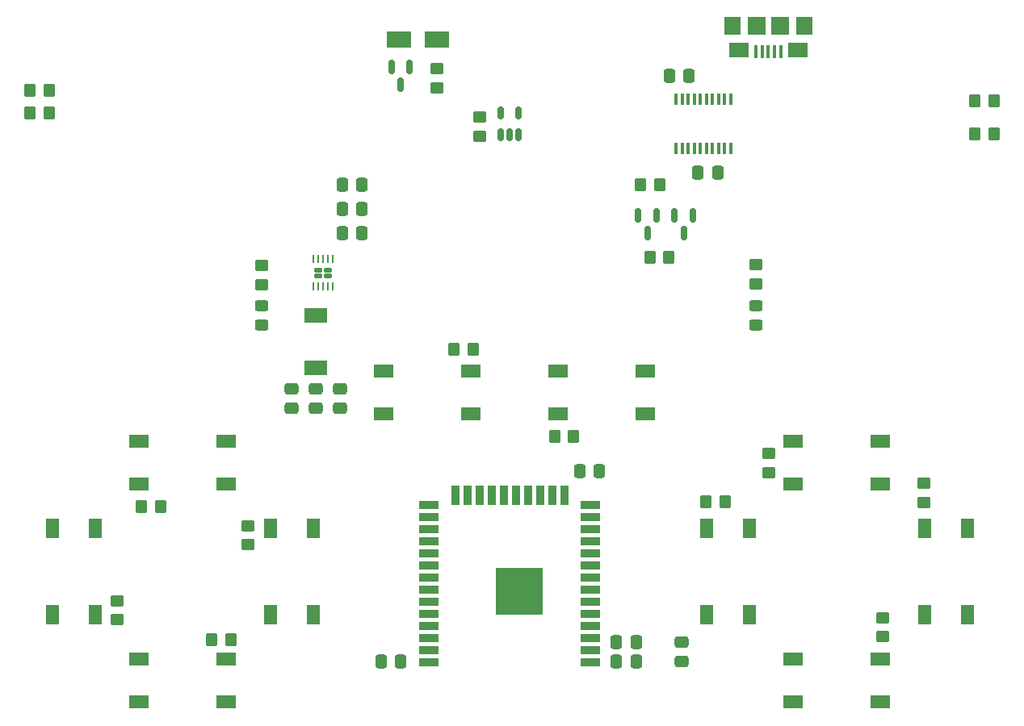
<source format=gbr>
%TF.GenerationSoftware,KiCad,Pcbnew,6.0.4-6f826c9f35~116~ubuntu18.04.1*%
%TF.CreationDate,2022-06-21T09:58:33-04:00*%
%TF.ProjectId,Makers-Unified-Controller,4d616b65-7273-42d5-956e-69666965642d,rev?*%
%TF.SameCoordinates,Original*%
%TF.FileFunction,Paste,Top*%
%TF.FilePolarity,Positive*%
%FSLAX46Y46*%
G04 Gerber Fmt 4.6, Leading zero omitted, Abs format (unit mm)*
G04 Created by KiCad (PCBNEW 6.0.4-6f826c9f35~116~ubuntu18.04.1) date 2022-06-21 09:58:33*
%MOMM*%
%LPD*%
G01*
G04 APERTURE LIST*
G04 Aperture macros list*
%AMRoundRect*
0 Rectangle with rounded corners*
0 $1 Rounding radius*
0 $2 $3 $4 $5 $6 $7 $8 $9 X,Y pos of 4 corners*
0 Add a 4 corners polygon primitive as box body*
4,1,4,$2,$3,$4,$5,$6,$7,$8,$9,$2,$3,0*
0 Add four circle primitives for the rounded corners*
1,1,$1+$1,$2,$3*
1,1,$1+$1,$4,$5*
1,1,$1+$1,$6,$7*
1,1,$1+$1,$8,$9*
0 Add four rect primitives between the rounded corners*
20,1,$1+$1,$2,$3,$4,$5,0*
20,1,$1+$1,$4,$5,$6,$7,0*
20,1,$1+$1,$6,$7,$8,$9,0*
20,1,$1+$1,$8,$9,$2,$3,0*%
G04 Aperture macros list end*
%ADD10RoundRect,0.250000X-0.337500X-0.475000X0.337500X-0.475000X0.337500X0.475000X-0.337500X0.475000X0*%
%ADD11RoundRect,0.250000X-0.475000X0.337500X-0.475000X-0.337500X0.475000X-0.337500X0.475000X0.337500X0*%
%ADD12RoundRect,0.249999X0.450001X-0.325001X0.450001X0.325001X-0.450001X0.325001X-0.450001X-0.325001X0*%
%ADD13R,0.400000X1.350000*%
%ADD14R,2.100000X1.600000*%
%ADD15R,1.900000X1.900000*%
%ADD16R,1.800000X1.900000*%
%ADD17RoundRect,0.249999X0.350001X0.450001X-0.350001X0.450001X-0.350001X-0.450001X0.350001X-0.450001X0*%
%ADD18RoundRect,0.249999X-0.350001X-0.450001X0.350001X-0.450001X0.350001X0.450001X-0.350001X0.450001X0*%
%ADD19RoundRect,0.249999X-0.450001X0.350001X-0.450001X-0.350001X0.450001X-0.350001X0.450001X0.350001X0*%
%ADD20RoundRect,0.249999X0.450001X-0.350001X0.450001X0.350001X-0.450001X0.350001X-0.450001X-0.350001X0*%
%ADD21R,2.100000X1.400000*%
%ADD22R,1.400000X2.100000*%
%ADD23R,2.000000X0.900000*%
%ADD24R,0.900000X2.000000*%
%ADD25R,5.000000X5.000000*%
%ADD26RoundRect,0.250000X0.337500X0.475000X-0.337500X0.475000X-0.337500X-0.475000X0.337500X-0.475000X0*%
%ADD27R,2.500000X1.800000*%
%ADD28RoundRect,0.150000X-0.150000X0.587500X-0.150000X-0.587500X0.150000X-0.587500X0.150000X0.587500X0*%
%ADD29RoundRect,0.150000X0.150000X-0.512500X0.150000X0.512500X-0.150000X0.512500X-0.150000X-0.512500X0*%
%ADD30RoundRect,0.250000X-0.350000X-0.450000X0.350000X-0.450000X0.350000X0.450000X-0.350000X0.450000X0*%
%ADD31RoundRect,0.250000X-0.450000X0.350000X-0.450000X-0.350000X0.450000X-0.350000X0.450000X0.350000X0*%
%ADD32R,2.400000X1.500000*%
%ADD33R,0.400000X1.200000*%
%ADD34RoundRect,0.130000X-0.305000X0.130000X-0.305000X-0.130000X0.305000X-0.130000X0.305000X0.130000X0*%
%ADD35RoundRect,0.062500X-0.062500X0.375000X-0.062500X-0.375000X0.062500X-0.375000X0.062500X0.375000X0*%
%ADD36RoundRect,0.250000X0.350000X0.450000X-0.350000X0.450000X-0.350000X-0.450000X0.350000X-0.450000X0*%
G04 APERTURE END LIST*
D10*
%TO.C,C6*%
X172466000Y-121158000D03*
X174541000Y-121158000D03*
%TD*%
D11*
%TO.C,C7*%
X179324000Y-119126000D03*
X179324000Y-121201000D03*
%TD*%
D10*
%TO.C,C8*%
X172466000Y-119126000D03*
X174541000Y-119126000D03*
%TD*%
D12*
%TO.C,D2*%
X135255000Y-85870000D03*
X135255000Y-83820000D03*
%TD*%
%TO.C,D3*%
X187071000Y-85870000D03*
X187071000Y-83820000D03*
%TD*%
D13*
%TO.C,J1*%
X189711000Y-57158000D03*
X189061000Y-57158000D03*
X188411000Y-57158000D03*
X187761000Y-57158000D03*
X187111000Y-57158000D03*
D14*
X185311000Y-57033000D03*
D15*
X187211000Y-54483000D03*
X189611000Y-54483000D03*
D16*
X192211000Y-54483000D03*
X184611000Y-54483000D03*
D14*
X191511000Y-57033000D03*
%TD*%
D17*
%TO.C,R2*%
X113030000Y-63627000D03*
X111030000Y-63627000D03*
%TD*%
D18*
%TO.C,R5*%
X210090000Y-65786000D03*
X212090000Y-65786000D03*
%TD*%
D17*
%TO.C,R8*%
X167989000Y-97536000D03*
X165989000Y-97536000D03*
%TD*%
D18*
%TO.C,R9*%
X210090000Y-62357000D03*
X212090000Y-62357000D03*
%TD*%
%TO.C,R10*%
X155480000Y-88392000D03*
X157480000Y-88392000D03*
%TD*%
D17*
%TO.C,R11*%
X113014000Y-61214000D03*
X111014000Y-61214000D03*
%TD*%
D18*
%TO.C,R12*%
X122682000Y-104902000D03*
X124682000Y-104902000D03*
%TD*%
D19*
%TO.C,R13*%
X133858000Y-106934000D03*
X133858000Y-108934000D03*
%TD*%
D20*
%TO.C,R15*%
X120142000Y-116808000D03*
X120142000Y-114808000D03*
%TD*%
%TO.C,R17*%
X204724000Y-104489000D03*
X204724000Y-102489000D03*
%TD*%
%TO.C,R18*%
X200406000Y-118586000D03*
X200406000Y-116586000D03*
%TD*%
D19*
%TO.C,R19*%
X135255000Y-79645000D03*
X135255000Y-81645000D03*
%TD*%
D18*
%TO.C,R20*%
X181864000Y-104394000D03*
X183864000Y-104394000D03*
%TD*%
D19*
%TO.C,R21*%
X187071000Y-79518000D03*
X187071000Y-81518000D03*
%TD*%
D21*
%TO.C,SW2*%
X166392000Y-90714000D03*
X175492000Y-90714000D03*
X166392000Y-95214000D03*
X175492000Y-95214000D03*
%TD*%
%TO.C,SW3*%
X157204000Y-95214000D03*
X148104000Y-95214000D03*
X157204000Y-90714000D03*
X148104000Y-90714000D03*
%TD*%
%TO.C,SW6*%
X122450000Y-98080000D03*
X131550000Y-98080000D03*
X122450000Y-102580000D03*
X131550000Y-102580000D03*
%TD*%
D22*
%TO.C,SW7*%
X140680000Y-107210000D03*
X140680000Y-116310000D03*
X136180000Y-107210000D03*
X136180000Y-116310000D03*
%TD*%
D21*
%TO.C,SW8*%
X131550000Y-125440000D03*
X122450000Y-125440000D03*
X131550000Y-120940000D03*
X122450000Y-120940000D03*
%TD*%
D22*
%TO.C,SW9*%
X113320000Y-116310000D03*
X113320000Y-107210000D03*
X117820000Y-116310000D03*
X117820000Y-107210000D03*
%TD*%
D21*
%TO.C,SW10*%
X191030000Y-98080000D03*
X200130000Y-98080000D03*
X191030000Y-102580000D03*
X200130000Y-102580000D03*
%TD*%
D22*
%TO.C,SW11*%
X209260000Y-107210000D03*
X209260000Y-116310000D03*
X204760000Y-107210000D03*
X204760000Y-116310000D03*
%TD*%
D21*
%TO.C,SW12*%
X200130000Y-125440000D03*
X191030000Y-125440000D03*
X200130000Y-120940000D03*
X191030000Y-120940000D03*
%TD*%
D22*
%TO.C,SW13*%
X186400000Y-107210000D03*
X186400000Y-116310000D03*
X181900000Y-107210000D03*
X181900000Y-116310000D03*
%TD*%
D23*
%TO.C,U5*%
X169790000Y-121285000D03*
X169790000Y-120015000D03*
X169790000Y-118745000D03*
X169790000Y-117475000D03*
X169790000Y-116205000D03*
X169790000Y-114935000D03*
X169790000Y-113665000D03*
X169790000Y-112395000D03*
X169790000Y-111125000D03*
X169790000Y-109855000D03*
X169790000Y-108585000D03*
X169790000Y-107315000D03*
X169790000Y-106045000D03*
X169790000Y-104775000D03*
D24*
X167005000Y-103775000D03*
X165735000Y-103775000D03*
X164465000Y-103775000D03*
X163195000Y-103775000D03*
X161925000Y-103775000D03*
X160655000Y-103775000D03*
X159385000Y-103775000D03*
X158115000Y-103775000D03*
X156845000Y-103775000D03*
X155575000Y-103775000D03*
D23*
X152790000Y-104775000D03*
X152790000Y-106045000D03*
X152790000Y-107315000D03*
X152790000Y-108585000D03*
X152790000Y-109855000D03*
X152790000Y-111125000D03*
X152790000Y-112395000D03*
X152790000Y-113665000D03*
X152790000Y-114935000D03*
X152790000Y-116205000D03*
X152790000Y-117475000D03*
X152790000Y-118745000D03*
X152790000Y-120015000D03*
X152790000Y-121285000D03*
D25*
X162290000Y-113785000D03*
%TD*%
D17*
%TO.C,R14*%
X132048000Y-118872000D03*
X130048000Y-118872000D03*
%TD*%
D20*
%TO.C,R16*%
X188468000Y-101330000D03*
X188468000Y-99330000D03*
%TD*%
D10*
%TO.C,C10*%
X147806500Y-121158000D03*
X149881500Y-121158000D03*
%TD*%
D26*
%TO.C,C11*%
X170709500Y-101219000D03*
X168634500Y-101219000D03*
%TD*%
D11*
%TO.C,C13*%
X143510000Y-92540000D03*
X143510000Y-94615000D03*
%TD*%
D27*
%TO.C,D1*%
X149670000Y-55880000D03*
X153670000Y-55880000D03*
%TD*%
D28*
%TO.C,Q2*%
X176675000Y-74325000D03*
X174775000Y-74325000D03*
X175725000Y-76200000D03*
%TD*%
D29*
%TO.C,U3*%
X160340000Y-65907500D03*
X161290000Y-65907500D03*
X162240000Y-65907500D03*
X162240000Y-63632500D03*
X160340000Y-63632500D03*
%TD*%
D10*
%TO.C,C1*%
X181037500Y-69850000D03*
X183112500Y-69850000D03*
%TD*%
%TO.C,C4*%
X143742500Y-76200000D03*
X145817500Y-76200000D03*
%TD*%
D11*
%TO.C,C12*%
X140970000Y-92540000D03*
X140970000Y-94615000D03*
%TD*%
%TO.C,C5*%
X138430000Y-92540000D03*
X138430000Y-94615000D03*
%TD*%
D30*
%TO.C,R4*%
X174995000Y-71120000D03*
X176995000Y-71120000D03*
%TD*%
D31*
%TO.C,R6*%
X153670000Y-58960000D03*
X153670000Y-60960000D03*
%TD*%
D32*
%TO.C,L1*%
X140970000Y-84880000D03*
X140970000Y-90380000D03*
%TD*%
D28*
%TO.C,Q3*%
X180485000Y-74325000D03*
X178585000Y-74325000D03*
X179535000Y-76200000D03*
%TD*%
D33*
%TO.C,U2*%
X178752500Y-67370000D03*
X179387500Y-67370000D03*
X180022500Y-67370000D03*
X180657500Y-67370000D03*
X181292500Y-67370000D03*
X181927500Y-67370000D03*
X182562500Y-67370000D03*
X183197500Y-67370000D03*
X183832500Y-67370000D03*
X184467500Y-67370000D03*
X184467500Y-62170000D03*
X183832500Y-62170000D03*
X183197500Y-62170000D03*
X182562500Y-62170000D03*
X181927500Y-62170000D03*
X181292500Y-62170000D03*
X180657500Y-62170000D03*
X180022500Y-62170000D03*
X179387500Y-62170000D03*
X178752500Y-62170000D03*
%TD*%
D34*
%TO.C,U6*%
X141240000Y-80111250D03*
X142240000Y-80111250D03*
X141240000Y-80711250D03*
X142240000Y-80711250D03*
D35*
X142740000Y-78973750D03*
X142240000Y-78973750D03*
X141740000Y-78973750D03*
X141240000Y-78973750D03*
X140740000Y-78973750D03*
X140740000Y-81848750D03*
X141240000Y-81848750D03*
X141740000Y-81848750D03*
X142240000Y-81848750D03*
X142740000Y-81848750D03*
%TD*%
D10*
%TO.C,C2*%
X143742500Y-71120000D03*
X145817500Y-71120000D03*
%TD*%
%TO.C,C3*%
X143742500Y-73660000D03*
X145817500Y-73660000D03*
%TD*%
D28*
%TO.C,Q1*%
X150810000Y-58752500D03*
X148910000Y-58752500D03*
X149860000Y-60627500D03*
%TD*%
D36*
%TO.C,R3*%
X177995000Y-78740000D03*
X175995000Y-78740000D03*
%TD*%
D26*
%TO.C,C9*%
X180107500Y-59690000D03*
X178032500Y-59690000D03*
%TD*%
D31*
%TO.C,R1*%
X158115000Y-64040000D03*
X158115000Y-66040000D03*
%TD*%
M02*

</source>
